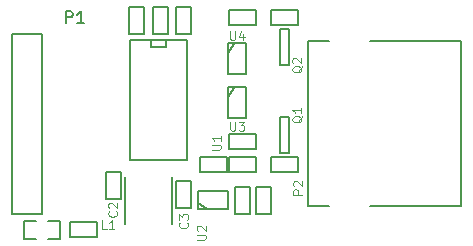
<source format=gbr>
G04 #@! TF.GenerationSoftware,KiCad,Pcbnew,5.0.2*
G04 #@! TF.CreationDate,2020-07-19T07:30:29+02:00*
G04 #@! TF.ProjectId,pmod-ps2,706d6f64-2d70-4733-922e-6b696361645f,1*
G04 #@! TF.SameCoordinates,Original*
G04 #@! TF.FileFunction,Legend,Top*
G04 #@! TF.FilePolarity,Positive*
%FSLAX46Y46*%
G04 Gerber Fmt 4.6, Leading zero omitted, Abs format (unit mm)*
G04 Created by KiCad (PCBNEW 5.0.2) date dim. 19 juil. 2020 07:30:29 CEST*
%MOMM*%
%LPD*%
G01*
G04 APERTURE LIST*
%ADD10C,0.150000*%
%ADD11C,0.127000*%
%ADD12C,0.101600*%
%ADD13C,0.076200*%
G04 APERTURE END LIST*
D10*
G04 #@! TO.C,P1*
X132000000Y-112620000D02*
X132000000Y-97380000D01*
X132000000Y-97380000D02*
X129460000Y-97380000D01*
X129460000Y-97380000D02*
X129460000Y-112620000D01*
X132000000Y-112620000D02*
X129460000Y-112620000D01*
G04 #@! TO.C,P2*
X154497600Y-97989600D02*
X156275600Y-97989600D01*
X159730000Y-112010400D02*
X167502400Y-112010400D01*
X167502400Y-112010400D02*
X167502400Y-97989600D01*
X167502400Y-97989600D02*
X159730000Y-97989600D01*
X154497600Y-97989600D02*
X154497600Y-112010400D01*
X154497600Y-112010400D02*
X156275600Y-112010400D01*
D11*
G04 #@! TO.C,C1*
X132508000Y-113238000D02*
X133524000Y-113238000D01*
X133524000Y-113238000D02*
X133524000Y-114762000D01*
X133524000Y-114762000D02*
X132508000Y-114762000D01*
X131492000Y-114762000D02*
X130476000Y-114762000D01*
X130476000Y-114762000D02*
X130476000Y-113238000D01*
X130476000Y-113238000D02*
X131492000Y-113238000D01*
G04 #@! TO.C,L1*
X134357000Y-113365000D02*
X136643000Y-113365000D01*
X136643000Y-113365000D02*
X136643000Y-114635000D01*
X136643000Y-114635000D02*
X134357000Y-114635000D01*
X134357000Y-114635000D02*
X134357000Y-113365000D01*
G04 #@! TO.C,U2*
X145992000Y-112262000D02*
X145230000Y-111754000D01*
X147770000Y-112262000D02*
X145166500Y-112262000D01*
X145166500Y-112262000D02*
X145166500Y-110738000D01*
X145166500Y-110738000D02*
X147770000Y-110738000D01*
X147770000Y-110738000D02*
X147770000Y-112262000D01*
G04 #@! TO.C,C2*
X137365000Y-111393000D02*
X137365000Y-109107000D01*
X137365000Y-109107000D02*
X138635000Y-109107000D01*
X138635000Y-109107000D02*
X138635000Y-111393000D01*
X138635000Y-111393000D02*
X137365000Y-111393000D01*
D10*
G04 #@! TO.C,L2*
X139000000Y-109500000D02*
X139000000Y-113500000D01*
X143000000Y-109500000D02*
X143000000Y-113500000D01*
D11*
G04 #@! TO.C,C3*
X144635000Y-109857000D02*
X144635000Y-112143000D01*
X144635000Y-112143000D02*
X143365000Y-112143000D01*
X143365000Y-112143000D02*
X143365000Y-109857000D01*
X143365000Y-109857000D02*
X144635000Y-109857000D01*
G04 #@! TO.C,R1*
X150143000Y-109135000D02*
X147857000Y-109135000D01*
X147857000Y-109135000D02*
X147857000Y-107865000D01*
X147857000Y-107865000D02*
X150143000Y-107865000D01*
X150143000Y-107865000D02*
X150143000Y-109135000D01*
G04 #@! TO.C,R2*
X147633000Y-107865000D02*
X147633000Y-109135000D01*
X145347000Y-107865000D02*
X147633000Y-107865000D01*
X145347000Y-109135000D02*
X145347000Y-107865000D01*
X147633000Y-109135000D02*
X145347000Y-109135000D01*
G04 #@! TO.C,C4*
X149635000Y-110357000D02*
X149635000Y-112643000D01*
X149635000Y-112643000D02*
X148365000Y-112643000D01*
X148365000Y-112643000D02*
X148365000Y-110357000D01*
X148365000Y-110357000D02*
X149635000Y-110357000D01*
G04 #@! TO.C,C5*
X150115000Y-110357000D02*
X151385000Y-110357000D01*
X150115000Y-112643000D02*
X150115000Y-110357000D01*
X151385000Y-112643000D02*
X150115000Y-112643000D01*
X151385000Y-110357000D02*
X151385000Y-112643000D01*
G04 #@! TO.C,Q1*
X152881000Y-107524000D02*
X152119000Y-107524000D01*
X152881000Y-104476000D02*
X152881000Y-107524000D01*
X152119000Y-104476000D02*
X152881000Y-104476000D01*
X152119000Y-107524000D02*
X152119000Y-104476000D01*
G04 #@! TO.C,Q2*
X152119000Y-100024000D02*
X152119000Y-96976000D01*
X152119000Y-96976000D02*
X152881000Y-96976000D01*
X152881000Y-96976000D02*
X152881000Y-100024000D01*
X152881000Y-100024000D02*
X152119000Y-100024000D01*
G04 #@! TO.C,R3*
X151357000Y-109135000D02*
X151357000Y-107865000D01*
X153643000Y-109135000D02*
X151357000Y-109135000D01*
X153643000Y-107865000D02*
X153643000Y-109135000D01*
X151357000Y-107865000D02*
X153643000Y-107865000D01*
G04 #@! TO.C,R4*
X153643000Y-96635000D02*
X151357000Y-96635000D01*
X151357000Y-96635000D02*
X151357000Y-95365000D01*
X151357000Y-95365000D02*
X153643000Y-95365000D01*
X153643000Y-95365000D02*
X153643000Y-96635000D01*
G04 #@! TO.C,R5*
X150143000Y-105865000D02*
X150143000Y-107135000D01*
X147857000Y-105865000D02*
X150143000Y-105865000D01*
X147857000Y-107135000D02*
X147857000Y-105865000D01*
X150143000Y-107135000D02*
X147857000Y-107135000D01*
G04 #@! TO.C,R6*
X150143000Y-96635000D02*
X147857000Y-96635000D01*
X147857000Y-96635000D02*
X147857000Y-95365000D01*
X147857000Y-95365000D02*
X150143000Y-95365000D01*
X150143000Y-95365000D02*
X150143000Y-96635000D01*
G04 #@! TO.C,U3*
X149262000Y-104520000D02*
X147738000Y-104520000D01*
X149262000Y-101916500D02*
X149262000Y-104520000D01*
X147738000Y-101916500D02*
X149262000Y-101916500D01*
X147738000Y-104520000D02*
X147738000Y-101916500D01*
X147738000Y-102742000D02*
X148246000Y-101980000D01*
G04 #@! TO.C,U4*
X147738000Y-98992000D02*
X148246000Y-98230000D01*
X147738000Y-100770000D02*
X147738000Y-98166500D01*
X147738000Y-98166500D02*
X149262000Y-98166500D01*
X149262000Y-98166500D02*
X149262000Y-100770000D01*
X149262000Y-100770000D02*
X147738000Y-100770000D01*
D10*
G04 #@! TO.C,U1*
X144286000Y-108080000D02*
X139460000Y-108080000D01*
X139460000Y-108080000D02*
X139460000Y-97920000D01*
X139460000Y-97920000D02*
X144286000Y-97920000D01*
X144286000Y-97920000D02*
X144286000Y-108080000D01*
X142508000Y-97920000D02*
X142508000Y-98555000D01*
X142508000Y-98555000D02*
X141238000Y-98555000D01*
X141238000Y-98555000D02*
X141238000Y-97920000D01*
D11*
G04 #@! TO.C,C6*
X143365000Y-97393000D02*
X143365000Y-95107000D01*
X143365000Y-95107000D02*
X144635000Y-95107000D01*
X144635000Y-95107000D02*
X144635000Y-97393000D01*
X144635000Y-97393000D02*
X143365000Y-97393000D01*
G04 #@! TO.C,C7*
X140635000Y-97393000D02*
X139365000Y-97393000D01*
X140635000Y-95107000D02*
X140635000Y-97393000D01*
X139365000Y-95107000D02*
X140635000Y-95107000D01*
X139365000Y-97393000D02*
X139365000Y-95107000D01*
G04 #@! TO.C,R7*
X141365000Y-97393000D02*
X141365000Y-95107000D01*
X141365000Y-95107000D02*
X142635000Y-95107000D01*
X142635000Y-95107000D02*
X142635000Y-97393000D01*
X142635000Y-97393000D02*
X141365000Y-97393000D01*
G04 #@! TO.C,P1*
D10*
X134011904Y-96492380D02*
X134011904Y-95492380D01*
X134392857Y-95492380D01*
X134488095Y-95540000D01*
X134535714Y-95587619D01*
X134583333Y-95682857D01*
X134583333Y-95825714D01*
X134535714Y-95920952D01*
X134488095Y-95968571D01*
X134392857Y-96016190D01*
X134011904Y-96016190D01*
X135535714Y-96492380D02*
X134964285Y-96492380D01*
X135250000Y-96492380D02*
X135250000Y-95492380D01*
X135154761Y-95635238D01*
X135059523Y-95730476D01*
X134964285Y-95778095D01*
G04 #@! TO.C,P2*
D12*
X154024714Y-111012428D02*
X153262714Y-111012428D01*
X153262714Y-110722142D01*
X153299000Y-110649571D01*
X153335285Y-110613285D01*
X153407857Y-110577000D01*
X153516714Y-110577000D01*
X153589285Y-110613285D01*
X153625571Y-110649571D01*
X153661857Y-110722142D01*
X153661857Y-111012428D01*
X153335285Y-110286714D02*
X153299000Y-110250428D01*
X153262714Y-110177857D01*
X153262714Y-109996428D01*
X153299000Y-109923857D01*
X153335285Y-109887571D01*
X153407857Y-109851285D01*
X153480428Y-109851285D01*
X153589285Y-109887571D01*
X154024714Y-110323000D01*
X154024714Y-109851285D01*
G04 #@! TO.C,L1*
X137463000Y-113954714D02*
X137100142Y-113954714D01*
X137100142Y-113192714D01*
X138116142Y-113954714D02*
X137680714Y-113954714D01*
X137898428Y-113954714D02*
X137898428Y-113192714D01*
X137825857Y-113301571D01*
X137753285Y-113374142D01*
X137680714Y-113410428D01*
G04 #@! TO.C,U2*
D13*
X145082714Y-114830571D02*
X145699571Y-114830571D01*
X145772142Y-114794285D01*
X145808428Y-114758000D01*
X145844714Y-114685428D01*
X145844714Y-114540285D01*
X145808428Y-114467714D01*
X145772142Y-114431428D01*
X145699571Y-114395142D01*
X145082714Y-114395142D01*
X145155285Y-114068571D02*
X145119000Y-114032285D01*
X145082714Y-113959714D01*
X145082714Y-113778285D01*
X145119000Y-113705714D01*
X145155285Y-113669428D01*
X145227857Y-113633142D01*
X145300428Y-113633142D01*
X145409285Y-113669428D01*
X145844714Y-114104857D01*
X145844714Y-113633142D01*
G04 #@! TO.C,C2*
D12*
X138272142Y-112427000D02*
X138308428Y-112463285D01*
X138344714Y-112572142D01*
X138344714Y-112644714D01*
X138308428Y-112753571D01*
X138235857Y-112826142D01*
X138163285Y-112862428D01*
X138018142Y-112898714D01*
X137909285Y-112898714D01*
X137764142Y-112862428D01*
X137691571Y-112826142D01*
X137619000Y-112753571D01*
X137582714Y-112644714D01*
X137582714Y-112572142D01*
X137619000Y-112463285D01*
X137655285Y-112427000D01*
X137655285Y-112136714D02*
X137619000Y-112100428D01*
X137582714Y-112027857D01*
X137582714Y-111846428D01*
X137619000Y-111773857D01*
X137655285Y-111737571D01*
X137727857Y-111701285D01*
X137800428Y-111701285D01*
X137909285Y-111737571D01*
X138344714Y-112173000D01*
X138344714Y-111701285D01*
G04 #@! TO.C,C3*
X144272142Y-113377000D02*
X144308428Y-113413285D01*
X144344714Y-113522142D01*
X144344714Y-113594714D01*
X144308428Y-113703571D01*
X144235857Y-113776142D01*
X144163285Y-113812428D01*
X144018142Y-113848714D01*
X143909285Y-113848714D01*
X143764142Y-113812428D01*
X143691571Y-113776142D01*
X143619000Y-113703571D01*
X143582714Y-113594714D01*
X143582714Y-113522142D01*
X143619000Y-113413285D01*
X143655285Y-113377000D01*
X143582714Y-113123000D02*
X143582714Y-112651285D01*
X143873000Y-112905285D01*
X143873000Y-112796428D01*
X143909285Y-112723857D01*
X143945571Y-112687571D01*
X144018142Y-112651285D01*
X144199571Y-112651285D01*
X144272142Y-112687571D01*
X144308428Y-112723857D01*
X144344714Y-112796428D01*
X144344714Y-113014142D01*
X144308428Y-113086714D01*
X144272142Y-113123000D01*
G04 #@! TO.C,Q1*
X154027285Y-104352571D02*
X153991000Y-104425142D01*
X153918428Y-104497714D01*
X153809571Y-104606571D01*
X153773285Y-104679142D01*
X153773285Y-104751714D01*
X153954714Y-104715428D02*
X153918428Y-104788000D01*
X153845857Y-104860571D01*
X153700714Y-104896857D01*
X153446714Y-104896857D01*
X153301571Y-104860571D01*
X153229000Y-104788000D01*
X153192714Y-104715428D01*
X153192714Y-104570285D01*
X153229000Y-104497714D01*
X153301571Y-104425142D01*
X153446714Y-104388857D01*
X153700714Y-104388857D01*
X153845857Y-104425142D01*
X153918428Y-104497714D01*
X153954714Y-104570285D01*
X153954714Y-104715428D01*
X153954714Y-103663142D02*
X153954714Y-104098571D01*
X153954714Y-103880857D02*
X153192714Y-103880857D01*
X153301571Y-103953428D01*
X153374142Y-104026000D01*
X153410428Y-104098571D01*
G04 #@! TO.C,Q2*
X154027285Y-100122571D02*
X153991000Y-100195142D01*
X153918428Y-100267714D01*
X153809571Y-100376571D01*
X153773285Y-100449142D01*
X153773285Y-100521714D01*
X153954714Y-100485428D02*
X153918428Y-100558000D01*
X153845857Y-100630571D01*
X153700714Y-100666857D01*
X153446714Y-100666857D01*
X153301571Y-100630571D01*
X153229000Y-100558000D01*
X153192714Y-100485428D01*
X153192714Y-100340285D01*
X153229000Y-100267714D01*
X153301571Y-100195142D01*
X153446714Y-100158857D01*
X153700714Y-100158857D01*
X153845857Y-100195142D01*
X153918428Y-100267714D01*
X153954714Y-100340285D01*
X153954714Y-100485428D01*
X153265285Y-99868571D02*
X153229000Y-99832285D01*
X153192714Y-99759714D01*
X153192714Y-99578285D01*
X153229000Y-99505714D01*
X153265285Y-99469428D01*
X153337857Y-99433142D01*
X153410428Y-99433142D01*
X153519285Y-99469428D01*
X153954714Y-99904857D01*
X153954714Y-99433142D01*
G04 #@! TO.C,U3*
D13*
X147919428Y-104831694D02*
X147919428Y-105448551D01*
X147955714Y-105521122D01*
X147992000Y-105557408D01*
X148064571Y-105593694D01*
X148209714Y-105593694D01*
X148282285Y-105557408D01*
X148318571Y-105521122D01*
X148354857Y-105448551D01*
X148354857Y-104831694D01*
X148645142Y-104831694D02*
X149116857Y-104831694D01*
X148862857Y-105121980D01*
X148971714Y-105121980D01*
X149044285Y-105158265D01*
X149080571Y-105194551D01*
X149116857Y-105267122D01*
X149116857Y-105448551D01*
X149080571Y-105521122D01*
X149044285Y-105557408D01*
X148971714Y-105593694D01*
X148754000Y-105593694D01*
X148681428Y-105557408D01*
X148645142Y-105521122D01*
G04 #@! TO.C,U4*
X147919428Y-97182714D02*
X147919428Y-97799571D01*
X147955714Y-97872142D01*
X147992000Y-97908428D01*
X148064571Y-97944714D01*
X148209714Y-97944714D01*
X148282285Y-97908428D01*
X148318571Y-97872142D01*
X148354857Y-97799571D01*
X148354857Y-97182714D01*
X149044285Y-97436714D02*
X149044285Y-97944714D01*
X148862857Y-97146428D02*
X148681428Y-97690714D01*
X149153142Y-97690714D01*
G04 #@! TO.C,U1*
D12*
X146372714Y-107210571D02*
X146989571Y-107210571D01*
X147062142Y-107174285D01*
X147098428Y-107138000D01*
X147134714Y-107065428D01*
X147134714Y-106920285D01*
X147098428Y-106847714D01*
X147062142Y-106811428D01*
X146989571Y-106775142D01*
X146372714Y-106775142D01*
X147134714Y-106013142D02*
X147134714Y-106448571D01*
X147134714Y-106230857D02*
X146372714Y-106230857D01*
X146481571Y-106303428D01*
X146554142Y-106376000D01*
X146590428Y-106448571D01*
G04 #@! TD*
M02*

</source>
